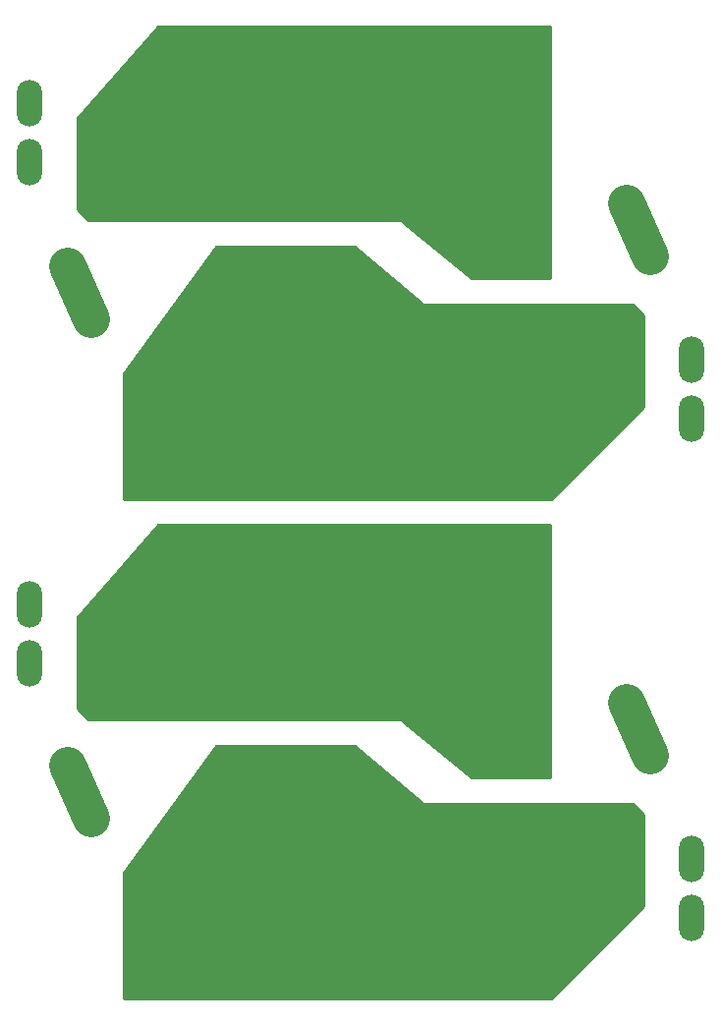
<source format=gbr>
G04 #@! TF.GenerationSoftware,KiCad,Pcbnew,(5.0.0)*
G04 #@! TF.CreationDate,2018-10-11T14:10:44+03:00*
G04 #@! TF.ProjectId,dviguba_plokste,647669677562615F706C6F6B7374652E,rev?*
G04 #@! TF.SameCoordinates,Original*
G04 #@! TF.FileFunction,Soldermask,Bot*
G04 #@! TF.FilePolarity,Negative*
%FSLAX46Y46*%
G04 Gerber Fmt 4.6, Leading zero omitted, Abs format (unit mm)*
G04 Created by KiCad (PCBNEW (5.0.0)) date 10/11/18 14:10:44*
%MOMM*%
%LPD*%
G01*
G04 APERTURE LIST*
%ADD10C,3.200000*%
%ADD11C,3.200000*%
%ADD12C,2.398980*%
%ADD13O,2.200000X4.000000*%
%ADD14O,4.000000X2.200000*%
%ADD15C,0.254000*%
G04 APERTURE END LIST*
D10*
G04 #@! TO.C,V2*
X129684811Y-72654296D03*
D11*
X132639234Y-72133351D02*
X126730388Y-73175241D01*
D10*
X123216375Y-62968774D03*
D11*
X124850292Y-60452762D02*
X121582458Y-65484786D01*
D10*
X134430862Y-63693548D03*
D11*
X135447704Y-65977412D02*
X133414020Y-61409684D01*
G04 #@! TD*
D12*
G04 #@! TO.C,REF\002A\002A*
X106000000Y-123000000D03*
G04 #@! TD*
G04 #@! TO.C,REF\002A\002A*
X106000000Y-80000000D03*
G04 #@! TD*
G04 #@! TO.C,REF\002A\002A*
X104000000Y-72000000D03*
G04 #@! TD*
G04 #@! TO.C,REF\002A\002A*
X102000000Y-69000000D03*
G04 #@! TD*
G04 #@! TO.C,REF\002A\002A*
X100000000Y-73000000D03*
G04 #@! TD*
G04 #@! TO.C,REF\002A\002A*
X104000000Y-115000000D03*
G04 #@! TD*
G04 #@! TO.C,REF\002A\002A*
X102000000Y-112000000D03*
G04 #@! TD*
G04 #@! TO.C,REF\002A\002A*
X100000000Y-116000000D03*
G04 #@! TD*
G04 #@! TO.C,REF\002A\002A*
X117000000Y-60000000D03*
G04 #@! TD*
G04 #@! TO.C,REF\002A\002A*
X121000000Y-60000000D03*
G04 #@! TD*
G04 #@! TO.C,REF\002A\002A*
X118000000Y-64000000D03*
G04 #@! TD*
G04 #@! TO.C,REF\002A\002A*
X121000000Y-103000000D03*
G04 #@! TD*
G04 #@! TO.C,REF\002A\002A*
X118000000Y-107000000D03*
G04 #@! TD*
G04 #@! TO.C,REF\002A\002A*
X117000000Y-103000000D03*
G04 #@! TD*
G04 #@! TO.C,REF\002A\002A*
X106000000Y-111000000D03*
G04 #@! TD*
G04 #@! TO.C,REF\002A\002A*
X117000000Y-116000000D03*
G04 #@! TD*
G04 #@! TO.C,REF\002A\002A*
X126000000Y-127000000D03*
G04 #@! TD*
G04 #@! TO.C,REF\002A\002A*
X112000000Y-124000000D03*
G04 #@! TD*
G04 #@! TO.C,REF\002A\002A*
X115000000Y-127000000D03*
G04 #@! TD*
G04 #@! TO.C,REF\002A\002A*
X108000000Y-127000000D03*
G04 #@! TD*
G04 #@! TO.C,REF\002A\002A*
X126000000Y-84000000D03*
G04 #@! TD*
G04 #@! TO.C,REF\002A\002A*
X117000000Y-73000000D03*
G04 #@! TD*
G04 #@! TO.C,REF\002A\002A*
X112000000Y-81000000D03*
G04 #@! TD*
G04 #@! TO.C,REF\002A\002A*
X115000000Y-84000000D03*
G04 #@! TD*
G04 #@! TO.C,REF\002A\002A*
X108000000Y-84000000D03*
G04 #@! TD*
G04 #@! TO.C,REF\002A\002A*
X106000000Y-68000000D03*
G04 #@! TD*
G04 #@! TO.C,REF\002A\002A*
X98000000Y-103000000D03*
G04 #@! TD*
G04 #@! TO.C,REF\002A\002A*
X110000000Y-99000000D03*
G04 #@! TD*
G04 #@! TO.C,REF\002A\002A*
X106000000Y-99000000D03*
G04 #@! TD*
G04 #@! TO.C,REF\002A\002A*
X108000000Y-96000000D03*
G04 #@! TD*
G04 #@! TO.C,REF\002A\002A*
X110000000Y-92000000D03*
G04 #@! TD*
G04 #@! TO.C,REF\002A\002A*
X105000000Y-92000000D03*
G04 #@! TD*
G04 #@! TO.C,REF\002A\002A*
X96000000Y-92000000D03*
G04 #@! TD*
G04 #@! TO.C,REF\002A\002A*
X98000000Y-60000000D03*
G04 #@! TD*
G04 #@! TO.C,REF\002A\002A*
X96000000Y-49000000D03*
G04 #@! TD*
G04 #@! TO.C,REF\002A\002A*
X110000000Y-56000000D03*
G04 #@! TD*
G04 #@! TO.C,REF\002A\002A*
X106000000Y-56000000D03*
G04 #@! TD*
G04 #@! TO.C,REF\002A\002A*
X108000000Y-53000000D03*
G04 #@! TD*
G04 #@! TO.C,REF\002A\002A*
X110000000Y-49000000D03*
G04 #@! TD*
G04 #@! TO.C,REF\002A\002A*
X105000000Y-49000000D03*
G04 #@! TD*
D10*
G04 #@! TO.C,X1*
X93000000Y-120000000D03*
X98000000Y-120000000D03*
X103000000Y-120000000D03*
X93000000Y-127100000D03*
X98000000Y-127100000D03*
X103000000Y-127100000D03*
G04 #@! TD*
G04 #@! TO.C,X2*
X114000000Y-91900000D03*
X119000000Y-91900000D03*
X124000000Y-91900000D03*
X114000000Y-99000000D03*
X119000000Y-99000000D03*
X124000000Y-99000000D03*
G04 #@! TD*
G04 #@! TO.C,X4*
X93100000Y-76700000D03*
X98100000Y-76700000D03*
X103100000Y-76700000D03*
X93100000Y-83800000D03*
X98100000Y-83800000D03*
X103100000Y-83800000D03*
G04 #@! TD*
G04 #@! TO.C,X5*
X114000000Y-48900000D03*
X119000000Y-48900000D03*
X124000000Y-48900000D03*
X114000000Y-56000000D03*
X119000000Y-56000000D03*
X124000000Y-56000000D03*
G04 #@! TD*
G04 #@! TO.C,V1*
X91015189Y-60145704D03*
D11*
X88060766Y-60666649D02*
X93969612Y-59624759D01*
D10*
X97483625Y-69831226D03*
D11*
X95849708Y-72347238D02*
X99117542Y-67315214D01*
D10*
X86269138Y-69106452D03*
D11*
X85252296Y-66822588D02*
X87285980Y-71390316D01*
G04 #@! TD*
D10*
G04 #@! TO.C,V3*
X86269138Y-112106452D03*
D11*
X85252296Y-109822588D02*
X87285980Y-114390316D01*
D10*
X97483625Y-112831226D03*
D11*
X95849708Y-115347238D02*
X99117542Y-110315214D01*
D10*
X91015189Y-103145704D03*
D11*
X88060766Y-103666649D02*
X93969612Y-102624759D01*
G04 #@! TD*
D10*
G04 #@! TO.C,V4*
X134430862Y-106693548D03*
D11*
X135447704Y-108977412D02*
X133414020Y-104409684D01*
D10*
X123216375Y-105968774D03*
D11*
X124850292Y-103452762D02*
X121582458Y-108484786D01*
D10*
X129684811Y-115654296D03*
D11*
X132639234Y-115133351D02*
X126730388Y-116175241D01*
G04 #@! TD*
D13*
G04 #@! TO.C,X7*
X139000000Y-122940000D03*
X139000000Y-117860000D03*
G04 #@! TD*
D14*
G04 #@! TO.C,X12*
X110000000Y-102800000D03*
X104920000Y-102800000D03*
G04 #@! TD*
D13*
G04 #@! TO.C,X14*
X139000000Y-74860000D03*
X139000000Y-79940000D03*
G04 #@! TD*
D14*
G04 #@! TO.C,X26*
X104920000Y-59800000D03*
X110000000Y-59800000D03*
G04 #@! TD*
D13*
G04 #@! TO.C,X17*
X82000000Y-52800000D03*
X82000000Y-57880000D03*
G04 #@! TD*
G04 #@! TO.C,X9*
X82000000Y-95920000D03*
X82000000Y-101000000D03*
G04 #@! TD*
D15*
G36*
X126873000Y-67873000D02*
X120045980Y-67873000D01*
X114081303Y-62902436D01*
X114037778Y-62878749D01*
X114000000Y-62873000D01*
X87052606Y-62873000D01*
X86127000Y-61947394D01*
X86127000Y-54047718D01*
X93057628Y-46127000D01*
X126873000Y-46127000D01*
X126873000Y-67873000D01*
X126873000Y-67873000D01*
G37*
X126873000Y-67873000D02*
X120045980Y-67873000D01*
X114081303Y-62902436D01*
X114037778Y-62878749D01*
X114000000Y-62873000D01*
X87052606Y-62873000D01*
X86127000Y-61947394D01*
X86127000Y-54047718D01*
X93057628Y-46127000D01*
X126873000Y-46127000D01*
X126873000Y-67873000D01*
G36*
X115918697Y-70097564D02*
X115962222Y-70121251D01*
X116000000Y-70127000D01*
X133947394Y-70127000D01*
X134873000Y-71052606D01*
X134873000Y-78947394D01*
X126947394Y-86873000D01*
X90127000Y-86873000D01*
X90127000Y-76041298D01*
X98064671Y-65127000D01*
X109954020Y-65127000D01*
X115918697Y-70097564D01*
X115918697Y-70097564D01*
G37*
X115918697Y-70097564D02*
X115962222Y-70121251D01*
X116000000Y-70127000D01*
X133947394Y-70127000D01*
X134873000Y-71052606D01*
X134873000Y-78947394D01*
X126947394Y-86873000D01*
X90127000Y-86873000D01*
X90127000Y-76041298D01*
X98064671Y-65127000D01*
X109954020Y-65127000D01*
X115918697Y-70097564D01*
G36*
X115918697Y-113097564D02*
X115962222Y-113121251D01*
X116000000Y-113127000D01*
X133947394Y-113127000D01*
X134873000Y-114052606D01*
X134873000Y-121947394D01*
X126947394Y-129873000D01*
X90127000Y-129873000D01*
X90127000Y-119041298D01*
X98064671Y-108127000D01*
X109954020Y-108127000D01*
X115918697Y-113097564D01*
X115918697Y-113097564D01*
G37*
X115918697Y-113097564D02*
X115962222Y-113121251D01*
X116000000Y-113127000D01*
X133947394Y-113127000D01*
X134873000Y-114052606D01*
X134873000Y-121947394D01*
X126947394Y-129873000D01*
X90127000Y-129873000D01*
X90127000Y-119041298D01*
X98064671Y-108127000D01*
X109954020Y-108127000D01*
X115918697Y-113097564D01*
G36*
X126873000Y-110873000D02*
X120045980Y-110873000D01*
X114081303Y-105902436D01*
X114037778Y-105878749D01*
X114000000Y-105873000D01*
X87052606Y-105873000D01*
X86127000Y-104947394D01*
X86127000Y-97047718D01*
X93057628Y-89127000D01*
X126873000Y-89127000D01*
X126873000Y-110873000D01*
X126873000Y-110873000D01*
G37*
X126873000Y-110873000D02*
X120045980Y-110873000D01*
X114081303Y-105902436D01*
X114037778Y-105878749D01*
X114000000Y-105873000D01*
X87052606Y-105873000D01*
X86127000Y-104947394D01*
X86127000Y-97047718D01*
X93057628Y-89127000D01*
X126873000Y-89127000D01*
X126873000Y-110873000D01*
M02*

</source>
